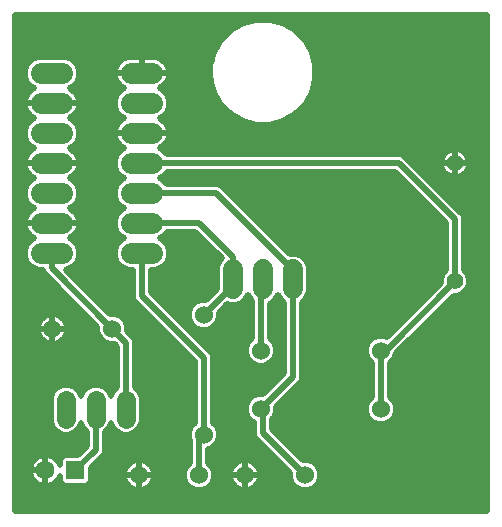
<source format=gbl>
G75*
%MOIN*%
%OFA0B0*%
%FSLAX25Y25*%
%IPPOS*%
%LPD*%
%AMOC8*
5,1,8,0,0,1.08239X$1,22.5*
%
%ADD10C,0.07087*%
%ADD11C,0.06000*%
%ADD12C,0.05512*%
%ADD13R,0.06299X0.06299*%
%ADD14C,0.06299*%
%ADD15C,0.06299*%
%ADD16C,0.06600*%
%ADD17C,0.02000*%
D10*
X0052831Y0098874D02*
X0059918Y0098874D01*
X0059918Y0108874D02*
X0052831Y0108874D01*
X0052831Y0118874D02*
X0059918Y0118874D01*
X0059918Y0128874D02*
X0052831Y0128874D01*
X0052831Y0138874D02*
X0059918Y0138874D01*
X0059918Y0148874D02*
X0052831Y0148874D01*
X0052831Y0158874D02*
X0059918Y0158874D01*
X0082831Y0158874D02*
X0089918Y0158874D01*
X0089918Y0148874D02*
X0082831Y0148874D01*
X0082831Y0138874D02*
X0089918Y0138874D01*
X0089918Y0128874D02*
X0082831Y0128874D01*
X0082831Y0118874D02*
X0089918Y0118874D01*
X0089918Y0108874D02*
X0082831Y0108874D01*
X0082831Y0098874D02*
X0089918Y0098874D01*
D11*
X0107038Y0078311D03*
X0126099Y0066437D03*
X0126099Y0046906D03*
X0107038Y0038311D03*
X0105469Y0024937D03*
X0120784Y0024937D03*
X0140784Y0024937D03*
X0166099Y0046906D03*
X0166099Y0066437D03*
X0085469Y0024937D03*
X0076575Y0073638D03*
X0056575Y0073638D03*
D12*
X0190784Y0089504D03*
X0190784Y0128874D03*
D13*
X0064249Y0026472D03*
D14*
X0054249Y0026472D03*
D15*
X0061217Y0043598D02*
X0061217Y0049898D01*
X0071217Y0049898D02*
X0071217Y0043598D01*
X0081217Y0043598D02*
X0081217Y0049898D01*
D16*
X0116768Y0086873D02*
X0116768Y0093473D01*
X0126768Y0093473D02*
X0126768Y0086873D01*
X0136768Y0086873D02*
X0136768Y0093473D01*
D17*
X0201572Y0012811D02*
X0044091Y0012811D01*
X0044091Y0178165D01*
X0201572Y0178165D01*
X0201572Y0012811D01*
X0201572Y0012931D02*
X0044091Y0012931D01*
X0044091Y0014930D02*
X0201572Y0014930D01*
X0201572Y0016928D02*
X0044091Y0016928D01*
X0044091Y0018927D02*
X0201572Y0018927D01*
X0201572Y0020925D02*
X0143843Y0020925D01*
X0143616Y0020698D02*
X0145023Y0022105D01*
X0145784Y0023942D01*
X0145784Y0025932D01*
X0145023Y0027769D01*
X0143616Y0029176D01*
X0141779Y0029937D01*
X0140027Y0029937D01*
X0129768Y0040195D01*
X0129768Y0043504D01*
X0130338Y0044073D01*
X0131099Y0045911D01*
X0131099Y0047663D01*
X0139312Y0055875D01*
X0139768Y0056978D01*
X0139768Y0082379D01*
X0139771Y0082380D01*
X0141261Y0083871D01*
X0142068Y0085819D01*
X0142068Y0094527D01*
X0141261Y0096475D01*
X0139771Y0097966D01*
X0137823Y0098773D01*
X0135714Y0098773D01*
X0135633Y0098740D01*
X0112956Y0121417D01*
X0111853Y0121874D01*
X0094675Y0121874D01*
X0094617Y0122014D01*
X0093058Y0123573D01*
X0092332Y0123874D01*
X0093058Y0124175D01*
X0094617Y0125734D01*
X0094675Y0125874D01*
X0170880Y0125874D01*
X0187784Y0108970D01*
X0187784Y0093230D01*
X0186752Y0092198D01*
X0186028Y0090450D01*
X0186028Y0088991D01*
X0168070Y0071033D01*
X0167094Y0071437D01*
X0165105Y0071437D01*
X0163267Y0070676D01*
X0161860Y0069269D01*
X0161099Y0067432D01*
X0161099Y0065442D01*
X0161860Y0063605D01*
X0163099Y0062366D01*
X0163099Y0050977D01*
X0161860Y0049738D01*
X0161099Y0047900D01*
X0161099Y0045911D01*
X0161860Y0044073D01*
X0163267Y0042667D01*
X0165105Y0041906D01*
X0167094Y0041906D01*
X0168931Y0042667D01*
X0170338Y0044073D01*
X0171099Y0045911D01*
X0171099Y0047900D01*
X0170338Y0049738D01*
X0169099Y0050977D01*
X0169099Y0062366D01*
X0170338Y0063605D01*
X0171099Y0065442D01*
X0171099Y0065576D01*
X0190271Y0084748D01*
X0191730Y0084748D01*
X0193478Y0085472D01*
X0194816Y0086810D01*
X0195540Y0088558D01*
X0195540Y0090450D01*
X0194816Y0092198D01*
X0193784Y0093230D01*
X0193784Y0110809D01*
X0193327Y0111912D01*
X0192483Y0112756D01*
X0173822Y0131417D01*
X0172719Y0131874D01*
X0094675Y0131874D01*
X0094617Y0132014D01*
X0093058Y0133573D01*
X0092323Y0133878D01*
X0092823Y0134133D01*
X0093529Y0134646D01*
X0094146Y0135263D01*
X0094659Y0135969D01*
X0095055Y0136746D01*
X0095325Y0137576D01*
X0095461Y0138438D01*
X0095461Y0138874D01*
X0095461Y0139310D01*
X0095325Y0140172D01*
X0095055Y0141002D01*
X0094659Y0141779D01*
X0094146Y0142485D01*
X0093529Y0143102D01*
X0092823Y0143615D01*
X0092323Y0143870D01*
X0093058Y0144175D01*
X0094617Y0145734D01*
X0095461Y0147771D01*
X0095461Y0149977D01*
X0094617Y0152014D01*
X0093058Y0153573D01*
X0092323Y0153878D01*
X0092823Y0154133D01*
X0093529Y0154646D01*
X0094146Y0155263D01*
X0094659Y0155969D01*
X0095055Y0156746D01*
X0095325Y0157576D01*
X0095461Y0158438D01*
X0095461Y0158874D01*
X0095461Y0159310D01*
X0095325Y0160172D01*
X0095055Y0161002D01*
X0094659Y0161779D01*
X0094146Y0162485D01*
X0093529Y0163102D01*
X0092823Y0163615D01*
X0092046Y0164011D01*
X0091216Y0164281D01*
X0090354Y0164417D01*
X0086375Y0164417D01*
X0086375Y0158874D01*
X0095461Y0158874D01*
X0086375Y0158874D01*
X0086375Y0158874D01*
X0086375Y0158874D01*
X0086375Y0164417D01*
X0082395Y0164417D01*
X0081533Y0164281D01*
X0080703Y0164011D01*
X0079926Y0163615D01*
X0079220Y0163102D01*
X0078603Y0162485D01*
X0078090Y0161779D01*
X0077694Y0161002D01*
X0077425Y0160172D01*
X0077288Y0159310D01*
X0077288Y0158874D01*
X0077288Y0158438D01*
X0077425Y0157576D01*
X0077694Y0156746D01*
X0078090Y0155969D01*
X0078603Y0155263D01*
X0079220Y0154646D01*
X0079926Y0154133D01*
X0080427Y0153878D01*
X0079691Y0153573D01*
X0078132Y0152014D01*
X0077288Y0149977D01*
X0077288Y0147771D01*
X0078132Y0145734D01*
X0079691Y0144175D01*
X0080427Y0143870D01*
X0079926Y0143615D01*
X0079220Y0143102D01*
X0078603Y0142485D01*
X0078090Y0141779D01*
X0077694Y0141002D01*
X0077425Y0140172D01*
X0077288Y0139310D01*
X0077288Y0138874D01*
X0077288Y0138438D01*
X0077425Y0137576D01*
X0077694Y0136746D01*
X0078090Y0135969D01*
X0078603Y0135263D01*
X0079220Y0134646D01*
X0079926Y0134133D01*
X0080427Y0133878D01*
X0079691Y0133573D01*
X0078132Y0132014D01*
X0077288Y0129977D01*
X0077288Y0127771D01*
X0078132Y0125734D01*
X0079691Y0124175D01*
X0080417Y0123874D01*
X0079691Y0123573D01*
X0078132Y0122014D01*
X0077288Y0119977D01*
X0077288Y0117771D01*
X0078132Y0115734D01*
X0079691Y0114175D01*
X0080417Y0113874D01*
X0079691Y0113573D01*
X0078132Y0112014D01*
X0077288Y0109977D01*
X0077288Y0107771D01*
X0078132Y0105734D01*
X0079691Y0104175D01*
X0080417Y0103874D01*
X0079691Y0103573D01*
X0078132Y0102014D01*
X0077288Y0099977D01*
X0077288Y0097771D01*
X0078132Y0095734D01*
X0079691Y0094175D01*
X0081729Y0093331D01*
X0083375Y0093331D01*
X0083375Y0084104D01*
X0083831Y0083001D01*
X0104083Y0062749D01*
X0104083Y0056779D01*
X0104038Y0056669D01*
X0104038Y0042382D01*
X0102799Y0041143D01*
X0102038Y0039306D01*
X0102038Y0037316D01*
X0102469Y0036275D01*
X0102469Y0029008D01*
X0101230Y0027769D01*
X0100469Y0025932D01*
X0100469Y0023942D01*
X0101230Y0022105D01*
X0102637Y0020698D01*
X0104475Y0019937D01*
X0106464Y0019937D01*
X0108301Y0020698D01*
X0109708Y0022105D01*
X0110469Y0023942D01*
X0110469Y0025932D01*
X0109708Y0027769D01*
X0108469Y0029008D01*
X0108469Y0033492D01*
X0109870Y0034072D01*
X0111276Y0035479D01*
X0112038Y0037316D01*
X0112038Y0039306D01*
X0111276Y0041143D01*
X0110038Y0042382D01*
X0110038Y0055411D01*
X0110083Y0055521D01*
X0110083Y0064589D01*
X0109627Y0065691D01*
X0089375Y0085943D01*
X0089375Y0093331D01*
X0091021Y0093331D01*
X0093058Y0094175D01*
X0094617Y0095734D01*
X0095461Y0097771D01*
X0095461Y0099977D01*
X0094617Y0102014D01*
X0093058Y0103573D01*
X0092332Y0103874D01*
X0093058Y0104175D01*
X0094617Y0105734D01*
X0094675Y0105874D01*
X0104266Y0105874D01*
X0112970Y0097170D01*
X0112275Y0096475D01*
X0111468Y0094527D01*
X0111468Y0086984D01*
X0107795Y0083311D01*
X0106043Y0083311D01*
X0104205Y0082550D01*
X0102799Y0081143D01*
X0102038Y0079306D01*
X0102038Y0077316D01*
X0102799Y0075479D01*
X0104205Y0074072D01*
X0106043Y0073311D01*
X0108032Y0073311D01*
X0109870Y0074072D01*
X0111276Y0075479D01*
X0112038Y0077316D01*
X0112038Y0079068D01*
X0114886Y0081916D01*
X0115714Y0081573D01*
X0117823Y0081573D01*
X0119771Y0082380D01*
X0121261Y0083871D01*
X0121768Y0085095D01*
X0122275Y0083871D01*
X0123099Y0083047D01*
X0123099Y0070508D01*
X0121860Y0069269D01*
X0121099Y0067432D01*
X0121099Y0065442D01*
X0121860Y0063605D01*
X0123267Y0062198D01*
X0125105Y0061437D01*
X0127094Y0061437D01*
X0128931Y0062198D01*
X0130338Y0063605D01*
X0131099Y0065442D01*
X0131099Y0067432D01*
X0130338Y0069269D01*
X0129099Y0070508D01*
X0129099Y0082102D01*
X0129771Y0082380D01*
X0131261Y0083871D01*
X0131768Y0085095D01*
X0132275Y0083871D01*
X0133766Y0082380D01*
X0133768Y0082379D01*
X0133768Y0058817D01*
X0126856Y0051905D01*
X0125105Y0051905D01*
X0123267Y0051144D01*
X0121860Y0049738D01*
X0121099Y0047900D01*
X0121099Y0045911D01*
X0121860Y0044073D01*
X0123267Y0042667D01*
X0123768Y0042459D01*
X0123768Y0038356D01*
X0124225Y0037253D01*
X0125069Y0036409D01*
X0135784Y0025694D01*
X0135784Y0023942D01*
X0136545Y0022105D01*
X0137952Y0020698D01*
X0139790Y0019937D01*
X0141779Y0019937D01*
X0143616Y0020698D01*
X0145362Y0022924D02*
X0201572Y0022924D01*
X0201572Y0024922D02*
X0145784Y0024922D01*
X0145374Y0026921D02*
X0201572Y0026921D01*
X0201572Y0028919D02*
X0143873Y0028919D01*
X0140784Y0024937D02*
X0126768Y0038953D01*
X0126768Y0046236D01*
X0126099Y0046906D01*
X0136768Y0057575D01*
X0136768Y0090173D01*
X0136768Y0093362D01*
X0111257Y0118874D01*
X0086375Y0118874D01*
X0079011Y0114855D02*
X0063738Y0114855D01*
X0063058Y0114175D02*
X0064617Y0115734D01*
X0065461Y0117771D01*
X0065461Y0119977D01*
X0064617Y0122014D01*
X0063058Y0123573D01*
X0062323Y0123878D01*
X0062823Y0124133D01*
X0063529Y0124646D01*
X0064146Y0125263D01*
X0064659Y0125969D01*
X0065055Y0126746D01*
X0065325Y0127576D01*
X0065461Y0128438D01*
X0065461Y0128874D01*
X0065461Y0129310D01*
X0065325Y0130172D01*
X0065055Y0131002D01*
X0064659Y0131779D01*
X0064146Y0132485D01*
X0063529Y0133102D01*
X0062823Y0133615D01*
X0062323Y0133870D01*
X0063058Y0134175D01*
X0064617Y0135734D01*
X0065461Y0137771D01*
X0065461Y0139977D01*
X0064617Y0142014D01*
X0063058Y0143573D01*
X0062323Y0143878D01*
X0062823Y0144133D01*
X0063529Y0144646D01*
X0064146Y0145263D01*
X0064659Y0145969D01*
X0065055Y0146746D01*
X0065325Y0147576D01*
X0065461Y0148438D01*
X0065461Y0148874D01*
X0056375Y0148874D01*
X0056375Y0148874D01*
X0065461Y0148874D01*
X0065461Y0149310D01*
X0065325Y0150172D01*
X0065055Y0151002D01*
X0064659Y0151779D01*
X0064146Y0152485D01*
X0063529Y0153102D01*
X0062823Y0153615D01*
X0062323Y0153870D01*
X0063058Y0154175D01*
X0064617Y0155734D01*
X0065461Y0157771D01*
X0065461Y0159977D01*
X0064617Y0162014D01*
X0063058Y0163573D01*
X0061021Y0164417D01*
X0051729Y0164417D01*
X0049691Y0163573D01*
X0048132Y0162014D01*
X0047288Y0159977D01*
X0047288Y0157771D01*
X0048132Y0155734D01*
X0049691Y0154175D01*
X0050427Y0153870D01*
X0049926Y0153615D01*
X0049220Y0153102D01*
X0048603Y0152485D01*
X0048090Y0151779D01*
X0047694Y0151002D01*
X0047425Y0150172D01*
X0047288Y0149310D01*
X0047288Y0148874D01*
X0047288Y0148438D01*
X0047425Y0147576D01*
X0047694Y0146746D01*
X0048090Y0145969D01*
X0048603Y0145263D01*
X0049220Y0144646D01*
X0049926Y0144133D01*
X0050427Y0143878D01*
X0049691Y0143573D01*
X0048132Y0142014D01*
X0047288Y0139977D01*
X0047288Y0137771D01*
X0048132Y0135734D01*
X0049691Y0134175D01*
X0050427Y0133870D01*
X0049926Y0133615D01*
X0049220Y0133102D01*
X0048603Y0132485D01*
X0048090Y0131779D01*
X0047694Y0131002D01*
X0047425Y0130172D01*
X0047288Y0129310D01*
X0047288Y0128874D01*
X0047288Y0128438D01*
X0047425Y0127576D01*
X0047694Y0126746D01*
X0048090Y0125969D01*
X0048603Y0125263D01*
X0049220Y0124646D01*
X0049926Y0124133D01*
X0050427Y0123878D01*
X0049691Y0123573D01*
X0048132Y0122014D01*
X0047288Y0119977D01*
X0047288Y0117771D01*
X0048132Y0115734D01*
X0049691Y0114175D01*
X0050427Y0113870D01*
X0049926Y0113615D01*
X0049220Y0113102D01*
X0048603Y0112485D01*
X0048090Y0111779D01*
X0047694Y0111002D01*
X0047425Y0110172D01*
X0047288Y0109310D01*
X0047288Y0108874D01*
X0047288Y0108438D01*
X0047425Y0107576D01*
X0047694Y0106746D01*
X0048090Y0105969D01*
X0048603Y0105263D01*
X0049220Y0104646D01*
X0049926Y0104133D01*
X0050427Y0103878D01*
X0049691Y0103573D01*
X0048132Y0102014D01*
X0047288Y0099977D01*
X0047288Y0097771D01*
X0048132Y0095734D01*
X0049691Y0094175D01*
X0051729Y0093331D01*
X0053375Y0093331D01*
X0053375Y0093241D01*
X0053831Y0092138D01*
X0054675Y0091295D01*
X0054675Y0091295D01*
X0071575Y0074395D01*
X0071575Y0072643D01*
X0072336Y0070806D01*
X0073742Y0069399D01*
X0075580Y0068638D01*
X0077332Y0068638D01*
X0078217Y0067753D01*
X0078217Y0054180D01*
X0076852Y0052815D01*
X0076217Y0051283D01*
X0075583Y0052815D01*
X0074134Y0054263D01*
X0072242Y0055047D01*
X0070193Y0055047D01*
X0068300Y0054263D01*
X0066852Y0052815D01*
X0066217Y0051283D01*
X0065583Y0052815D01*
X0064134Y0054263D01*
X0062242Y0055047D01*
X0060193Y0055047D01*
X0058300Y0054263D01*
X0056852Y0052815D01*
X0056068Y0050922D01*
X0056068Y0042574D01*
X0056852Y0040681D01*
X0058300Y0039233D01*
X0060193Y0038449D01*
X0062242Y0038449D01*
X0064134Y0039233D01*
X0065583Y0040681D01*
X0066217Y0042213D01*
X0066852Y0040681D01*
X0068217Y0039316D01*
X0068217Y0034684D01*
X0065156Y0031622D01*
X0060271Y0031622D01*
X0059099Y0030450D01*
X0059099Y0028209D01*
X0059021Y0028449D01*
X0058653Y0029171D01*
X0058177Y0029827D01*
X0057603Y0030400D01*
X0056948Y0030877D01*
X0056225Y0031245D01*
X0055455Y0031495D01*
X0054654Y0031622D01*
X0054249Y0031622D01*
X0054249Y0026473D01*
X0054249Y0026473D01*
X0054249Y0031622D01*
X0053843Y0031622D01*
X0053043Y0031495D01*
X0052272Y0031245D01*
X0051550Y0030877D01*
X0050894Y0030400D01*
X0050321Y0029827D01*
X0049844Y0029171D01*
X0049476Y0028449D01*
X0049226Y0027678D01*
X0049099Y0026878D01*
X0049099Y0026472D01*
X0049099Y0026067D01*
X0049226Y0025267D01*
X0049476Y0024496D01*
X0049844Y0023773D01*
X0050321Y0023118D01*
X0050894Y0022545D01*
X0051550Y0022068D01*
X0052272Y0021700D01*
X0053043Y0021450D01*
X0053843Y0021323D01*
X0054249Y0021323D01*
X0054654Y0021323D01*
X0055455Y0021450D01*
X0056225Y0021700D01*
X0056948Y0022068D01*
X0057603Y0022545D01*
X0058177Y0023118D01*
X0058653Y0023773D01*
X0059021Y0024496D01*
X0059099Y0024736D01*
X0059099Y0022494D01*
X0060271Y0021323D01*
X0068227Y0021323D01*
X0069398Y0022494D01*
X0069398Y0027379D01*
X0073760Y0031742D01*
X0074217Y0032844D01*
X0074217Y0039316D01*
X0075583Y0040681D01*
X0076217Y0042213D01*
X0076852Y0040681D01*
X0078300Y0039233D01*
X0080193Y0038449D01*
X0082242Y0038449D01*
X0084134Y0039233D01*
X0085583Y0040681D01*
X0086367Y0042574D01*
X0086367Y0050922D01*
X0085583Y0052815D01*
X0084217Y0054180D01*
X0084217Y0069592D01*
X0083760Y0070695D01*
X0082917Y0071539D01*
X0082917Y0071539D01*
X0081575Y0072880D01*
X0081575Y0074632D01*
X0080813Y0076470D01*
X0079407Y0077877D01*
X0077569Y0078638D01*
X0075817Y0078638D01*
X0061094Y0093361D01*
X0063058Y0094175D01*
X0064617Y0095734D01*
X0065461Y0097771D01*
X0065461Y0099977D01*
X0064617Y0102014D01*
X0063058Y0103573D01*
X0062323Y0103878D01*
X0062823Y0104133D01*
X0063529Y0104646D01*
X0064146Y0105263D01*
X0064659Y0105969D01*
X0065055Y0106746D01*
X0065325Y0107576D01*
X0065461Y0108438D01*
X0065461Y0108874D01*
X0065461Y0109310D01*
X0065325Y0110172D01*
X0065055Y0111002D01*
X0064659Y0111779D01*
X0064146Y0112485D01*
X0063529Y0113102D01*
X0062823Y0113615D01*
X0062323Y0113870D01*
X0063058Y0114175D01*
X0063775Y0112857D02*
X0078975Y0112857D01*
X0077653Y0110858D02*
X0065102Y0110858D01*
X0065461Y0108874D02*
X0056375Y0108874D01*
X0056375Y0108874D01*
X0065461Y0108874D01*
X0065461Y0108860D02*
X0077288Y0108860D01*
X0077665Y0106861D02*
X0065092Y0106861D01*
X0063746Y0104863D02*
X0079003Y0104863D01*
X0078982Y0102864D02*
X0063767Y0102864D01*
X0065093Y0100866D02*
X0077656Y0100866D01*
X0077288Y0098867D02*
X0065461Y0098867D01*
X0065087Y0096869D02*
X0077662Y0096869D01*
X0078996Y0094870D02*
X0063753Y0094870D01*
X0061584Y0092872D02*
X0083375Y0092872D01*
X0083375Y0090873D02*
X0063582Y0090873D01*
X0065581Y0088874D02*
X0083375Y0088874D01*
X0083375Y0086876D02*
X0067579Y0086876D01*
X0069578Y0084877D02*
X0083375Y0084877D01*
X0083954Y0082879D02*
X0071576Y0082879D01*
X0073575Y0080880D02*
X0085952Y0080880D01*
X0087951Y0078882D02*
X0075573Y0078882D01*
X0080400Y0076883D02*
X0089949Y0076883D01*
X0091948Y0074885D02*
X0081470Y0074885D01*
X0081575Y0072886D02*
X0093946Y0072886D01*
X0095945Y0070888D02*
X0083567Y0070888D01*
X0084217Y0068889D02*
X0097943Y0068889D01*
X0099942Y0066891D02*
X0084217Y0066891D01*
X0084217Y0064892D02*
X0101940Y0064892D01*
X0103939Y0062894D02*
X0084217Y0062894D01*
X0084217Y0060895D02*
X0104083Y0060895D01*
X0104083Y0058897D02*
X0084217Y0058897D01*
X0084217Y0056898D02*
X0104083Y0056898D01*
X0104038Y0054900D02*
X0084217Y0054900D01*
X0085496Y0052901D02*
X0104038Y0052901D01*
X0104038Y0050903D02*
X0086367Y0050903D01*
X0086367Y0048904D02*
X0104038Y0048904D01*
X0104038Y0046906D02*
X0086367Y0046906D01*
X0086367Y0044907D02*
X0104038Y0044907D01*
X0104038Y0042909D02*
X0086367Y0042909D01*
X0085678Y0040910D02*
X0102702Y0040910D01*
X0102038Y0038912D02*
X0083359Y0038912D01*
X0079075Y0038912D02*
X0074217Y0038912D01*
X0074217Y0036913D02*
X0102205Y0036913D01*
X0102469Y0034915D02*
X0074217Y0034915D01*
X0074217Y0032916D02*
X0102469Y0032916D01*
X0102469Y0030918D02*
X0072937Y0030918D01*
X0070938Y0028919D02*
X0082444Y0028919D01*
X0082212Y0028751D02*
X0082849Y0029213D01*
X0083550Y0029571D01*
X0084298Y0029814D01*
X0085076Y0029937D01*
X0085469Y0029937D01*
X0085469Y0024937D01*
X0080469Y0024937D01*
X0080469Y0024543D01*
X0080592Y0023766D01*
X0080835Y0023018D01*
X0081193Y0022316D01*
X0081655Y0021680D01*
X0082212Y0021123D01*
X0082849Y0020661D01*
X0083550Y0020303D01*
X0084298Y0020060D01*
X0085076Y0019937D01*
X0085469Y0019937D01*
X0085469Y0024937D01*
X0085469Y0024937D01*
X0080469Y0024937D01*
X0080469Y0025331D01*
X0080592Y0026108D01*
X0080835Y0026856D01*
X0081193Y0027558D01*
X0081655Y0028194D01*
X0082212Y0028751D01*
X0080868Y0026921D02*
X0069398Y0026921D01*
X0069398Y0024922D02*
X0080469Y0024922D01*
X0080883Y0022924D02*
X0069398Y0022924D01*
X0064249Y0026472D02*
X0071217Y0033441D01*
X0071217Y0046748D01*
X0066757Y0040910D02*
X0065678Y0040910D01*
X0063359Y0038912D02*
X0068217Y0038912D01*
X0068217Y0036913D02*
X0044091Y0036913D01*
X0044091Y0034915D02*
X0068217Y0034915D01*
X0066450Y0032916D02*
X0044091Y0032916D01*
X0044091Y0030918D02*
X0051630Y0030918D01*
X0054249Y0030918D02*
X0054249Y0030918D01*
X0054249Y0028919D02*
X0054249Y0028919D01*
X0054249Y0026921D02*
X0054249Y0026921D01*
X0054249Y0026472D02*
X0054249Y0026472D01*
X0054249Y0021323D01*
X0054249Y0026472D01*
X0054249Y0026472D01*
X0049099Y0026472D01*
X0054249Y0026472D01*
X0054249Y0024922D02*
X0054249Y0024922D01*
X0054249Y0022924D02*
X0054249Y0022924D01*
X0050515Y0022924D02*
X0044091Y0022924D01*
X0044091Y0024922D02*
X0049338Y0024922D01*
X0049106Y0026921D02*
X0044091Y0026921D01*
X0044091Y0028919D02*
X0049716Y0028919D01*
X0056867Y0030918D02*
X0059566Y0030918D01*
X0059099Y0028919D02*
X0058782Y0028919D01*
X0059099Y0022924D02*
X0057982Y0022924D01*
X0044091Y0020925D02*
X0082485Y0020925D01*
X0085469Y0020925D02*
X0085469Y0020925D01*
X0085469Y0019937D02*
X0085863Y0019937D01*
X0086640Y0020060D01*
X0087388Y0020303D01*
X0088090Y0020661D01*
X0088726Y0021123D01*
X0089283Y0021680D01*
X0089746Y0022316D01*
X0090103Y0023018D01*
X0090346Y0023766D01*
X0090469Y0024543D01*
X0090469Y0024937D01*
X0085469Y0024937D01*
X0085469Y0024937D01*
X0085469Y0024937D01*
X0085469Y0019937D01*
X0085469Y0022924D02*
X0085469Y0022924D01*
X0085469Y0024922D02*
X0085469Y0024922D01*
X0085469Y0024937D02*
X0085469Y0024937D01*
X0085469Y0029937D01*
X0085863Y0029937D01*
X0086640Y0029814D01*
X0087388Y0029571D01*
X0088090Y0029213D01*
X0088726Y0028751D01*
X0089283Y0028194D01*
X0089746Y0027558D01*
X0090103Y0026856D01*
X0090346Y0026108D01*
X0090469Y0025331D01*
X0090469Y0024937D01*
X0085469Y0024937D01*
X0085469Y0026921D02*
X0085469Y0026921D01*
X0085469Y0028919D02*
X0085469Y0028919D01*
X0088495Y0028919D02*
X0102380Y0028919D01*
X0100879Y0026921D02*
X0090070Y0026921D01*
X0090469Y0024922D02*
X0100469Y0024922D01*
X0100891Y0022924D02*
X0090055Y0022924D01*
X0088454Y0020925D02*
X0102410Y0020925D01*
X0105469Y0024937D02*
X0105469Y0036743D01*
X0107038Y0038311D01*
X0107038Y0056072D01*
X0107083Y0056118D01*
X0107083Y0063992D01*
X0086375Y0084701D01*
X0086375Y0098874D01*
X0089375Y0092872D02*
X0111468Y0092872D01*
X0111468Y0090873D02*
X0089375Y0090873D01*
X0089375Y0088874D02*
X0111468Y0088874D01*
X0111360Y0086876D02*
X0089375Y0086876D01*
X0090441Y0084877D02*
X0109361Y0084877D01*
X0105000Y0082879D02*
X0092439Y0082879D01*
X0094438Y0080880D02*
X0102690Y0080880D01*
X0102038Y0078882D02*
X0096436Y0078882D01*
X0098435Y0076883D02*
X0102217Y0076883D01*
X0103393Y0074885D02*
X0100433Y0074885D01*
X0102432Y0072886D02*
X0123099Y0072886D01*
X0123099Y0070888D02*
X0104430Y0070888D01*
X0106429Y0068889D02*
X0121703Y0068889D01*
X0121099Y0066891D02*
X0108427Y0066891D01*
X0109958Y0064892D02*
X0121327Y0064892D01*
X0122571Y0062894D02*
X0110083Y0062894D01*
X0110083Y0060895D02*
X0133768Y0060895D01*
X0133768Y0058897D02*
X0110083Y0058897D01*
X0110083Y0056898D02*
X0131849Y0056898D01*
X0129851Y0054900D02*
X0110038Y0054900D01*
X0110038Y0052901D02*
X0127852Y0052901D01*
X0123025Y0050903D02*
X0110038Y0050903D01*
X0110038Y0048904D02*
X0121515Y0048904D01*
X0121099Y0046906D02*
X0110038Y0046906D01*
X0110038Y0044907D02*
X0121515Y0044907D01*
X0123025Y0042909D02*
X0110038Y0042909D01*
X0111373Y0040910D02*
X0123768Y0040910D01*
X0123768Y0038912D02*
X0112038Y0038912D01*
X0111871Y0036913D02*
X0124565Y0036913D01*
X0126564Y0034915D02*
X0110712Y0034915D01*
X0108469Y0032916D02*
X0128562Y0032916D01*
X0130561Y0030918D02*
X0108469Y0030918D01*
X0108558Y0028919D02*
X0117759Y0028919D01*
X0117527Y0028751D02*
X0116970Y0028194D01*
X0116508Y0027558D01*
X0116150Y0026856D01*
X0115907Y0026108D01*
X0115784Y0025331D01*
X0115784Y0024937D01*
X0115784Y0024543D01*
X0115907Y0023766D01*
X0116150Y0023018D01*
X0116508Y0022316D01*
X0116970Y0021680D01*
X0117527Y0021123D01*
X0118164Y0020661D01*
X0118865Y0020303D01*
X0119613Y0020060D01*
X0120391Y0019937D01*
X0120784Y0019937D01*
X0120784Y0024937D01*
X0115784Y0024937D01*
X0120784Y0024937D01*
X0120784Y0024937D01*
X0120784Y0024937D01*
X0120784Y0029937D01*
X0120391Y0029937D01*
X0119613Y0029814D01*
X0118865Y0029571D01*
X0118164Y0029213D01*
X0117527Y0028751D01*
X0116183Y0026921D02*
X0110059Y0026921D01*
X0110469Y0024922D02*
X0115784Y0024922D01*
X0116198Y0022924D02*
X0110047Y0022924D01*
X0108528Y0020925D02*
X0117800Y0020925D01*
X0120784Y0020925D02*
X0120784Y0020925D01*
X0120784Y0019937D02*
X0121178Y0019937D01*
X0121955Y0020060D01*
X0122703Y0020303D01*
X0123405Y0020661D01*
X0124041Y0021123D01*
X0124598Y0021680D01*
X0125060Y0022316D01*
X0125418Y0023018D01*
X0125661Y0023766D01*
X0125784Y0024543D01*
X0125784Y0024937D01*
X0120784Y0024937D01*
X0120784Y0024937D01*
X0120784Y0019937D01*
X0120784Y0022924D02*
X0120784Y0022924D01*
X0120784Y0024922D02*
X0120784Y0024922D01*
X0120784Y0024937D02*
X0120784Y0024937D01*
X0120784Y0029937D01*
X0121178Y0029937D01*
X0121955Y0029814D01*
X0122703Y0029571D01*
X0123405Y0029213D01*
X0124041Y0028751D01*
X0124598Y0028194D01*
X0125060Y0027558D01*
X0125418Y0026856D01*
X0125661Y0026108D01*
X0125784Y0025331D01*
X0125784Y0024937D01*
X0120784Y0024937D01*
X0120784Y0026921D02*
X0120784Y0026921D01*
X0120784Y0028919D02*
X0120784Y0028919D01*
X0123810Y0028919D02*
X0132559Y0028919D01*
X0134558Y0026921D02*
X0125385Y0026921D01*
X0125784Y0024922D02*
X0135784Y0024922D01*
X0136206Y0022924D02*
X0125370Y0022924D01*
X0123769Y0020925D02*
X0137725Y0020925D01*
X0139046Y0030918D02*
X0201572Y0030918D01*
X0201572Y0032916D02*
X0137048Y0032916D01*
X0135049Y0034915D02*
X0201572Y0034915D01*
X0201572Y0036913D02*
X0133051Y0036913D01*
X0131052Y0038912D02*
X0201572Y0038912D01*
X0201572Y0040910D02*
X0129768Y0040910D01*
X0129768Y0042909D02*
X0163025Y0042909D01*
X0161515Y0044907D02*
X0130683Y0044907D01*
X0131099Y0046906D02*
X0161099Y0046906D01*
X0161515Y0048904D02*
X0132340Y0048904D01*
X0134339Y0050903D02*
X0163025Y0050903D01*
X0163099Y0052901D02*
X0136337Y0052901D01*
X0138336Y0054900D02*
X0163099Y0054900D01*
X0163099Y0056898D02*
X0139735Y0056898D01*
X0139768Y0058897D02*
X0163099Y0058897D01*
X0163099Y0060895D02*
X0139768Y0060895D01*
X0139768Y0062894D02*
X0162571Y0062894D01*
X0161327Y0064892D02*
X0139768Y0064892D01*
X0139768Y0066891D02*
X0161099Y0066891D01*
X0161703Y0068889D02*
X0139768Y0068889D01*
X0139768Y0070888D02*
X0163779Y0070888D01*
X0166099Y0066437D02*
X0167717Y0066437D01*
X0190784Y0089504D01*
X0190784Y0110213D01*
X0172123Y0128874D01*
X0086375Y0128874D01*
X0093731Y0124848D02*
X0171906Y0124848D01*
X0173905Y0122849D02*
X0093782Y0122849D01*
X0093790Y0132842D02*
X0188154Y0132842D01*
X0188291Y0132942D02*
X0187686Y0132502D01*
X0187157Y0131972D01*
X0186716Y0131367D01*
X0186377Y0130700D01*
X0186145Y0129988D01*
X0186028Y0129248D01*
X0186028Y0128874D01*
X0186028Y0128500D01*
X0186145Y0127760D01*
X0186377Y0127048D01*
X0186716Y0126381D01*
X0187157Y0125776D01*
X0187686Y0125246D01*
X0188291Y0124806D01*
X0188958Y0124467D01*
X0189670Y0124235D01*
X0190410Y0124118D01*
X0190784Y0124118D01*
X0190784Y0128874D01*
X0186028Y0128874D01*
X0190784Y0128874D01*
X0190784Y0128874D01*
X0190784Y0128874D01*
X0190784Y0133630D01*
X0190410Y0133630D01*
X0189670Y0133513D01*
X0188958Y0133281D01*
X0188291Y0132942D01*
X0190784Y0132842D02*
X0190784Y0132842D01*
X0190784Y0133630D02*
X0190784Y0128874D01*
X0190784Y0128874D01*
X0190784Y0124118D01*
X0191158Y0124118D01*
X0191898Y0124235D01*
X0192610Y0124467D01*
X0193277Y0124806D01*
X0193882Y0125246D01*
X0194412Y0125776D01*
X0194852Y0126381D01*
X0195192Y0127048D01*
X0195423Y0127760D01*
X0195540Y0128500D01*
X0195540Y0128874D01*
X0195540Y0129248D01*
X0195423Y0129988D01*
X0195192Y0130700D01*
X0194852Y0131367D01*
X0194412Y0131972D01*
X0193882Y0132502D01*
X0193277Y0132942D01*
X0192610Y0133281D01*
X0191898Y0133513D01*
X0191158Y0133630D01*
X0190784Y0133630D01*
X0193414Y0132842D02*
X0201572Y0132842D01*
X0201572Y0134840D02*
X0093724Y0134840D01*
X0095085Y0136839D02*
X0201572Y0136839D01*
X0201572Y0138837D02*
X0095461Y0138837D01*
X0095461Y0138874D02*
X0086375Y0138874D01*
X0095461Y0138874D01*
X0095109Y0140836D02*
X0201572Y0140836D01*
X0201572Y0142834D02*
X0133405Y0142834D01*
X0133523Y0142866D02*
X0137514Y0145170D01*
X0140772Y0148428D01*
X0143076Y0152418D01*
X0144268Y0156869D01*
X0144268Y0161477D01*
X0143076Y0165928D01*
X0140772Y0169918D01*
X0137514Y0173177D01*
X0133523Y0175481D01*
X0129072Y0176673D01*
X0124464Y0176673D01*
X0120014Y0175481D01*
X0116023Y0173177D01*
X0112765Y0169918D01*
X0110461Y0165928D01*
X0109268Y0161477D01*
X0109268Y0156869D01*
X0110461Y0152418D01*
X0112765Y0148428D01*
X0116023Y0145170D01*
X0120014Y0142866D01*
X0124464Y0141673D01*
X0129072Y0141673D01*
X0133523Y0142866D01*
X0136930Y0144833D02*
X0201572Y0144833D01*
X0201572Y0146831D02*
X0139175Y0146831D01*
X0141004Y0148830D02*
X0201572Y0148830D01*
X0201572Y0150828D02*
X0142158Y0150828D01*
X0143185Y0152827D02*
X0201572Y0152827D01*
X0201572Y0154825D02*
X0143721Y0154825D01*
X0144256Y0156824D02*
X0201572Y0156824D01*
X0201572Y0158822D02*
X0144268Y0158822D01*
X0144268Y0160821D02*
X0201572Y0160821D01*
X0201572Y0162819D02*
X0143909Y0162819D01*
X0143373Y0164818D02*
X0201572Y0164818D01*
X0201572Y0166816D02*
X0142563Y0166816D01*
X0141409Y0168815D02*
X0201572Y0168815D01*
X0201572Y0170813D02*
X0139877Y0170813D01*
X0137878Y0172812D02*
X0201572Y0172812D01*
X0201572Y0174810D02*
X0134684Y0174810D01*
X0118853Y0174810D02*
X0044091Y0174810D01*
X0044091Y0172812D02*
X0115658Y0172812D01*
X0113660Y0170813D02*
X0044091Y0170813D01*
X0044091Y0168815D02*
X0112128Y0168815D01*
X0110974Y0166816D02*
X0044091Y0166816D01*
X0044091Y0164818D02*
X0110164Y0164818D01*
X0109628Y0162819D02*
X0093812Y0162819D01*
X0095114Y0160821D02*
X0109268Y0160821D01*
X0109268Y0158822D02*
X0095461Y0158822D01*
X0095080Y0156824D02*
X0109281Y0156824D01*
X0109816Y0154825D02*
X0093709Y0154825D01*
X0093805Y0152827D02*
X0110352Y0152827D01*
X0111379Y0150828D02*
X0095108Y0150828D01*
X0095461Y0148830D02*
X0112533Y0148830D01*
X0114362Y0146831D02*
X0095072Y0146831D01*
X0093716Y0144833D02*
X0116607Y0144833D01*
X0120131Y0142834D02*
X0093797Y0142834D01*
X0086375Y0138874D02*
X0086375Y0138874D01*
X0077288Y0138874D01*
X0086375Y0138874D01*
X0086375Y0138874D01*
X0079026Y0134840D02*
X0063724Y0134840D01*
X0063790Y0132842D02*
X0078960Y0132842D01*
X0077647Y0130843D02*
X0065107Y0130843D01*
X0065461Y0128874D02*
X0056375Y0128874D01*
X0056375Y0128874D01*
X0065461Y0128874D01*
X0065461Y0128845D02*
X0077288Y0128845D01*
X0077671Y0126846D02*
X0065088Y0126846D01*
X0063731Y0124848D02*
X0079018Y0124848D01*
X0078967Y0122849D02*
X0063782Y0122849D01*
X0065099Y0120851D02*
X0077650Y0120851D01*
X0077288Y0118852D02*
X0065461Y0118852D01*
X0065081Y0116854D02*
X0077668Y0116854D01*
X0086375Y0108874D02*
X0105509Y0108874D01*
X0116768Y0097614D01*
X0116768Y0090173D01*
X0116768Y0088042D01*
X0107038Y0078311D01*
X0110683Y0074885D02*
X0123099Y0074885D01*
X0123099Y0076883D02*
X0111858Y0076883D01*
X0112038Y0078882D02*
X0123099Y0078882D01*
X0123099Y0080880D02*
X0113850Y0080880D01*
X0120269Y0082879D02*
X0123099Y0082879D01*
X0121858Y0084877D02*
X0121678Y0084877D01*
X0126099Y0089504D02*
X0126768Y0090173D01*
X0126099Y0089504D02*
X0126099Y0066437D01*
X0129627Y0062894D02*
X0133768Y0062894D01*
X0133768Y0064892D02*
X0130871Y0064892D01*
X0131099Y0066891D02*
X0133768Y0066891D01*
X0133768Y0068889D02*
X0130495Y0068889D01*
X0129099Y0070888D02*
X0133768Y0070888D01*
X0133768Y0072886D02*
X0129099Y0072886D01*
X0129099Y0074885D02*
X0133768Y0074885D01*
X0133768Y0076883D02*
X0129099Y0076883D01*
X0129099Y0078882D02*
X0133768Y0078882D01*
X0133768Y0080880D02*
X0129099Y0080880D01*
X0130269Y0082879D02*
X0133267Y0082879D01*
X0131858Y0084877D02*
X0131678Y0084877D01*
X0139768Y0080880D02*
X0177918Y0080880D01*
X0175919Y0078882D02*
X0139768Y0078882D01*
X0139768Y0076883D02*
X0173921Y0076883D01*
X0171922Y0074885D02*
X0139768Y0074885D01*
X0139768Y0072886D02*
X0169924Y0072886D01*
X0174412Y0068889D02*
X0201572Y0068889D01*
X0201572Y0066891D02*
X0172414Y0066891D01*
X0170871Y0064892D02*
X0201572Y0064892D01*
X0201572Y0062894D02*
X0169627Y0062894D01*
X0169099Y0060895D02*
X0201572Y0060895D01*
X0201572Y0058897D02*
X0169099Y0058897D01*
X0169099Y0056898D02*
X0201572Y0056898D01*
X0201572Y0054900D02*
X0169099Y0054900D01*
X0169099Y0052901D02*
X0201572Y0052901D01*
X0201572Y0050903D02*
X0169173Y0050903D01*
X0170683Y0048904D02*
X0201572Y0048904D01*
X0201572Y0046906D02*
X0171099Y0046906D01*
X0170683Y0044907D02*
X0201572Y0044907D01*
X0201572Y0042909D02*
X0169173Y0042909D01*
X0166099Y0046906D02*
X0166099Y0066437D01*
X0176411Y0070888D02*
X0201572Y0070888D01*
X0201572Y0072886D02*
X0178409Y0072886D01*
X0180408Y0074885D02*
X0201572Y0074885D01*
X0201572Y0076883D02*
X0182406Y0076883D01*
X0184405Y0078882D02*
X0201572Y0078882D01*
X0201572Y0080880D02*
X0186403Y0080880D01*
X0188402Y0082879D02*
X0201572Y0082879D01*
X0201572Y0084877D02*
X0192043Y0084877D01*
X0194843Y0086876D02*
X0201572Y0086876D01*
X0201572Y0088874D02*
X0195540Y0088874D01*
X0195365Y0090873D02*
X0201572Y0090873D01*
X0201572Y0092872D02*
X0194142Y0092872D01*
X0193784Y0094870D02*
X0201572Y0094870D01*
X0201572Y0096869D02*
X0193784Y0096869D01*
X0193784Y0098867D02*
X0201572Y0098867D01*
X0201572Y0100866D02*
X0193784Y0100866D01*
X0193784Y0102864D02*
X0201572Y0102864D01*
X0201572Y0104863D02*
X0193784Y0104863D01*
X0193784Y0106861D02*
X0201572Y0106861D01*
X0201572Y0108860D02*
X0193784Y0108860D01*
X0193764Y0110858D02*
X0201572Y0110858D01*
X0201572Y0112857D02*
X0192383Y0112857D01*
X0190384Y0114855D02*
X0201572Y0114855D01*
X0201572Y0116854D02*
X0188386Y0116854D01*
X0186387Y0118852D02*
X0201572Y0118852D01*
X0201572Y0120851D02*
X0184389Y0120851D01*
X0182390Y0122849D02*
X0201572Y0122849D01*
X0201572Y0124848D02*
X0193334Y0124848D01*
X0190784Y0124848D02*
X0190784Y0124848D01*
X0190784Y0126846D02*
X0190784Y0126846D01*
X0190784Y0128845D02*
X0190784Y0128845D01*
X0190784Y0128874D02*
X0190784Y0128874D01*
X0195540Y0128874D01*
X0190784Y0128874D01*
X0190784Y0130843D02*
X0190784Y0130843D01*
X0186450Y0130843D02*
X0174396Y0130843D01*
X0176395Y0128845D02*
X0186028Y0128845D01*
X0186480Y0126846D02*
X0178393Y0126846D01*
X0180392Y0124848D02*
X0188235Y0124848D01*
X0195089Y0126846D02*
X0201572Y0126846D01*
X0201572Y0128845D02*
X0195540Y0128845D01*
X0195118Y0130843D02*
X0201572Y0130843D01*
X0183897Y0112857D02*
X0121517Y0112857D01*
X0123515Y0110858D02*
X0185896Y0110858D01*
X0187784Y0108860D02*
X0125514Y0108860D01*
X0127512Y0106861D02*
X0187784Y0106861D01*
X0187784Y0104863D02*
X0129511Y0104863D01*
X0131509Y0102864D02*
X0187784Y0102864D01*
X0187784Y0100866D02*
X0133508Y0100866D01*
X0135506Y0098867D02*
X0187784Y0098867D01*
X0187784Y0096869D02*
X0140868Y0096869D01*
X0141926Y0094870D02*
X0187784Y0094870D01*
X0187426Y0092872D02*
X0142068Y0092872D01*
X0142068Y0090873D02*
X0186203Y0090873D01*
X0185912Y0088874D02*
X0142068Y0088874D01*
X0142068Y0086876D02*
X0183914Y0086876D01*
X0181915Y0084877D02*
X0141678Y0084877D01*
X0140269Y0082879D02*
X0179916Y0082879D01*
X0181899Y0114855D02*
X0119518Y0114855D01*
X0117520Y0116854D02*
X0179900Y0116854D01*
X0177902Y0118852D02*
X0115521Y0118852D01*
X0113523Y0120851D02*
X0175903Y0120851D01*
X0201572Y0176809D02*
X0044091Y0176809D01*
X0044091Y0162819D02*
X0048937Y0162819D01*
X0047638Y0160821D02*
X0044091Y0160821D01*
X0044091Y0158822D02*
X0047288Y0158822D01*
X0047681Y0156824D02*
X0044091Y0156824D01*
X0044091Y0154825D02*
X0049041Y0154825D01*
X0048945Y0152827D02*
X0044091Y0152827D01*
X0044091Y0150828D02*
X0047638Y0150828D01*
X0047288Y0148874D02*
X0056375Y0148874D01*
X0047288Y0148874D01*
X0047288Y0148830D02*
X0044091Y0148830D01*
X0044091Y0146831D02*
X0047666Y0146831D01*
X0049033Y0144833D02*
X0044091Y0144833D01*
X0044091Y0142834D02*
X0048952Y0142834D01*
X0047644Y0140836D02*
X0044091Y0140836D01*
X0044091Y0138837D02*
X0047288Y0138837D01*
X0047674Y0136839D02*
X0044091Y0136839D01*
X0044091Y0134840D02*
X0049026Y0134840D01*
X0048960Y0132842D02*
X0044091Y0132842D01*
X0044091Y0130843D02*
X0047643Y0130843D01*
X0047288Y0128874D02*
X0056375Y0128874D01*
X0047288Y0128874D01*
X0047288Y0128845D02*
X0044091Y0128845D01*
X0044091Y0126846D02*
X0047662Y0126846D01*
X0049018Y0124848D02*
X0044091Y0124848D01*
X0044091Y0122849D02*
X0048967Y0122849D01*
X0047650Y0120851D02*
X0044091Y0120851D01*
X0044091Y0118852D02*
X0047288Y0118852D01*
X0047668Y0116854D02*
X0044091Y0116854D01*
X0044091Y0114855D02*
X0049011Y0114855D01*
X0048975Y0112857D02*
X0044091Y0112857D01*
X0044091Y0110858D02*
X0047647Y0110858D01*
X0047288Y0108874D02*
X0056375Y0108874D01*
X0047288Y0108874D01*
X0047288Y0108860D02*
X0044091Y0108860D01*
X0044091Y0106861D02*
X0047657Y0106861D01*
X0049003Y0104863D02*
X0044091Y0104863D01*
X0044091Y0102864D02*
X0048982Y0102864D01*
X0047656Y0100866D02*
X0044091Y0100866D01*
X0044091Y0098867D02*
X0047288Y0098867D01*
X0047662Y0096869D02*
X0044091Y0096869D01*
X0044091Y0094870D02*
X0048996Y0094870D01*
X0053528Y0092872D02*
X0044091Y0092872D01*
X0044091Y0090873D02*
X0055097Y0090873D01*
X0057095Y0088874D02*
X0044091Y0088874D01*
X0044091Y0086876D02*
X0059094Y0086876D01*
X0061092Y0084877D02*
X0044091Y0084877D01*
X0044091Y0082879D02*
X0063091Y0082879D01*
X0065089Y0080880D02*
X0044091Y0080880D01*
X0044091Y0078882D02*
X0067088Y0078882D01*
X0069086Y0076883D02*
X0060397Y0076883D01*
X0060388Y0076895D02*
X0059832Y0077452D01*
X0059195Y0077914D01*
X0058494Y0078271D01*
X0057745Y0078515D01*
X0056968Y0078638D01*
X0056575Y0078638D01*
X0056575Y0073638D01*
X0061575Y0073638D01*
X0061575Y0074031D01*
X0061452Y0074809D01*
X0061208Y0075557D01*
X0060851Y0076258D01*
X0060388Y0076895D01*
X0061427Y0074885D02*
X0071085Y0074885D01*
X0071575Y0072886D02*
X0061518Y0072886D01*
X0061575Y0073244D02*
X0061575Y0073638D01*
X0056575Y0073638D01*
X0056575Y0073638D01*
X0056575Y0073638D01*
X0056575Y0078638D01*
X0056181Y0078638D01*
X0055404Y0078515D01*
X0054655Y0078271D01*
X0053954Y0077914D01*
X0053317Y0077452D01*
X0052761Y0076895D01*
X0052298Y0076258D01*
X0051941Y0075557D01*
X0051698Y0074809D01*
X0051575Y0074031D01*
X0051575Y0073638D01*
X0056575Y0073638D01*
X0056575Y0068638D01*
X0056968Y0068638D01*
X0057745Y0068761D01*
X0058494Y0069004D01*
X0059195Y0069361D01*
X0059832Y0069824D01*
X0060388Y0070381D01*
X0060851Y0071017D01*
X0061208Y0071718D01*
X0061452Y0072467D01*
X0061575Y0073244D01*
X0060757Y0070888D02*
X0072302Y0070888D01*
X0074973Y0068889D02*
X0058141Y0068889D01*
X0056575Y0068889D02*
X0056575Y0068889D01*
X0056575Y0068638D02*
X0056575Y0073638D01*
X0056575Y0073638D01*
X0056575Y0073638D01*
X0051575Y0073638D01*
X0051575Y0073244D01*
X0051698Y0072467D01*
X0051941Y0071718D01*
X0052298Y0071017D01*
X0052761Y0070381D01*
X0053317Y0069824D01*
X0053954Y0069361D01*
X0054655Y0069004D01*
X0055404Y0068761D01*
X0056181Y0068638D01*
X0056575Y0068638D01*
X0055008Y0068889D02*
X0044091Y0068889D01*
X0044091Y0066891D02*
X0078217Y0066891D01*
X0078217Y0064892D02*
X0044091Y0064892D01*
X0044091Y0062894D02*
X0078217Y0062894D01*
X0078217Y0060895D02*
X0044091Y0060895D01*
X0044091Y0058897D02*
X0078217Y0058897D01*
X0078217Y0056898D02*
X0044091Y0056898D01*
X0044091Y0054900D02*
X0059837Y0054900D01*
X0056938Y0052901D02*
X0044091Y0052901D01*
X0044091Y0050903D02*
X0056068Y0050903D01*
X0056068Y0048904D02*
X0044091Y0048904D01*
X0044091Y0046906D02*
X0056068Y0046906D01*
X0056068Y0044907D02*
X0044091Y0044907D01*
X0044091Y0042909D02*
X0056068Y0042909D01*
X0056757Y0040910D02*
X0044091Y0040910D01*
X0044091Y0038912D02*
X0059075Y0038912D01*
X0065496Y0052901D02*
X0066938Y0052901D01*
X0069837Y0054900D02*
X0062597Y0054900D01*
X0072597Y0054900D02*
X0078217Y0054900D01*
X0076938Y0052901D02*
X0075496Y0052901D01*
X0081217Y0046748D02*
X0081217Y0068995D01*
X0076575Y0073638D01*
X0056375Y0093838D01*
X0056375Y0098874D01*
X0056375Y0108874D02*
X0056375Y0108874D01*
X0056375Y0128874D02*
X0056375Y0128874D01*
X0065075Y0136839D02*
X0077664Y0136839D01*
X0077288Y0138837D02*
X0065461Y0138837D01*
X0065105Y0140836D02*
X0077640Y0140836D01*
X0078952Y0142834D02*
X0063797Y0142834D01*
X0063716Y0144833D02*
X0079033Y0144833D01*
X0077677Y0146831D02*
X0065083Y0146831D01*
X0065461Y0148830D02*
X0077288Y0148830D01*
X0077641Y0150828D02*
X0065112Y0150828D01*
X0063805Y0152827D02*
X0078945Y0152827D01*
X0079041Y0154825D02*
X0063709Y0154825D01*
X0065069Y0156824D02*
X0077669Y0156824D01*
X0077288Y0158822D02*
X0065461Y0158822D01*
X0065112Y0160821D02*
X0077635Y0160821D01*
X0077288Y0158874D02*
X0086375Y0158874D01*
X0077288Y0158874D01*
X0078937Y0162819D02*
X0063812Y0162819D01*
X0056375Y0148874D02*
X0056375Y0148874D01*
X0086375Y0158874D02*
X0086375Y0158874D01*
X0086375Y0160821D02*
X0086375Y0160821D01*
X0086375Y0162819D02*
X0086375Y0162819D01*
X0093746Y0104863D02*
X0105277Y0104863D01*
X0107276Y0102864D02*
X0093767Y0102864D01*
X0095093Y0100866D02*
X0109274Y0100866D01*
X0111273Y0098867D02*
X0095461Y0098867D01*
X0095087Y0096869D02*
X0112668Y0096869D01*
X0111610Y0094870D02*
X0093753Y0094870D01*
X0056575Y0076883D02*
X0056575Y0076883D01*
X0056575Y0074885D02*
X0056575Y0074885D01*
X0056575Y0072886D02*
X0056575Y0072886D01*
X0056575Y0070888D02*
X0056575Y0070888D01*
X0052392Y0070888D02*
X0044091Y0070888D01*
X0044091Y0072886D02*
X0051631Y0072886D01*
X0051723Y0074885D02*
X0044091Y0074885D01*
X0044091Y0076883D02*
X0052752Y0076883D01*
X0075678Y0040910D02*
X0076757Y0040910D01*
M02*

</source>
